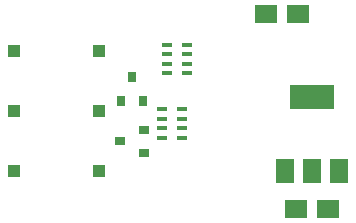
<source format=gtp>
G04 #@! TF.FileFunction,Paste,Top*
%FSLAX46Y46*%
G04 Gerber Fmt 4.6, Leading zero omitted, Abs format (unit mm)*
G04 Created by KiCad (PCBNEW 4.0.7) date Thursday, 19 October 2017 'PMt' 19:38:29*
%MOMM*%
%LPD*%
G01*
G04 APERTURE LIST*
%ADD10C,0.100000*%
%ADD11R,1.950000X1.500000*%
%ADD12R,0.800000X0.900000*%
%ADD13R,0.900000X0.800000*%
%ADD14R,0.900000X0.400000*%
%ADD15R,3.800000X2.000000*%
%ADD16R,1.500000X2.000000*%
%ADD17R,1.000760X1.000760*%
G04 APERTURE END LIST*
D10*
D11*
X218545000Y-127000000D03*
X215795000Y-127000000D03*
X213255000Y-110490000D03*
X216005000Y-110490000D03*
D12*
X200980000Y-117840000D03*
X202880000Y-117840000D03*
X201930000Y-115840000D03*
D13*
X202930000Y-122235000D03*
X202930000Y-120335000D03*
X200930000Y-121285000D03*
D14*
X206590000Y-114700000D03*
X206590000Y-113900000D03*
X206590000Y-115500000D03*
X206590000Y-113100000D03*
X204890000Y-115500000D03*
X204890000Y-114700000D03*
X204890000Y-113900000D03*
X204890000Y-113100000D03*
X204470000Y-119380000D03*
X204470000Y-120180000D03*
X204470000Y-118580000D03*
X204470000Y-120980000D03*
X206170000Y-118580000D03*
X206170000Y-119380000D03*
X206170000Y-120180000D03*
X206170000Y-120980000D03*
D15*
X217170000Y-117500000D03*
D16*
X217170000Y-123800000D03*
X219470000Y-123800000D03*
X214870000Y-123800000D03*
D17*
X199179180Y-113665000D03*
X191980820Y-113665000D03*
X199179180Y-118745000D03*
X191980820Y-118745000D03*
X199179180Y-123825000D03*
X191980820Y-123825000D03*
M02*

</source>
